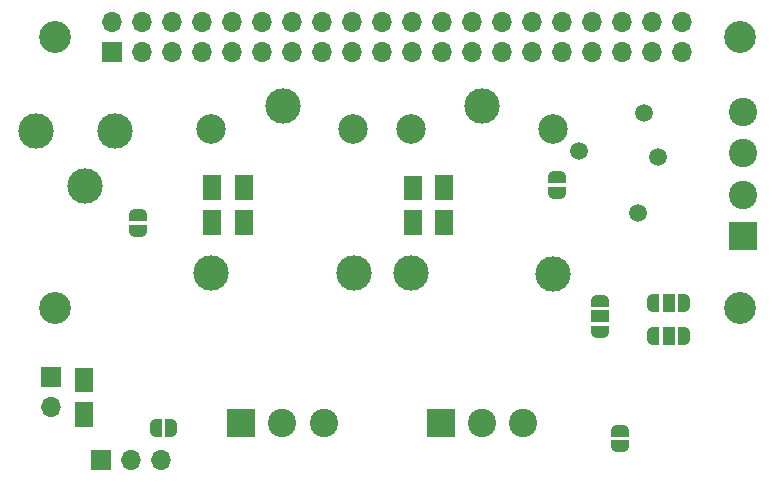
<source format=gbr>
%TF.GenerationSoftware,KiCad,Pcbnew,7.0.5*%
%TF.CreationDate,2024-01-24T13:57:34+02:00*%
%TF.ProjectId,Pi HAT,50692048-4154-42e6-9b69-6361645f7063,1.1.2*%
%TF.SameCoordinates,Original*%
%TF.FileFunction,Soldermask,Bot*%
%TF.FilePolarity,Negative*%
%FSLAX46Y46*%
G04 Gerber Fmt 4.6, Leading zero omitted, Abs format (unit mm)*
G04 Created by KiCad (PCBNEW 7.0.5) date 2024-01-24 13:57:34*
%MOMM*%
%LPD*%
G01*
G04 APERTURE LIST*
G04 Aperture macros list*
%AMFreePoly0*
4,1,19,0.550000,-0.750000,0.000000,-0.750000,0.000000,-0.744911,-0.071157,-0.744911,-0.207708,-0.704816,-0.327430,-0.627875,-0.420627,-0.520320,-0.479746,-0.390866,-0.500000,-0.250000,-0.500000,0.250000,-0.479746,0.390866,-0.420627,0.520320,-0.327430,0.627875,-0.207708,0.704816,-0.071157,0.744911,0.000000,0.744911,0.000000,0.750000,0.550000,0.750000,0.550000,-0.750000,0.550000,-0.750000,
$1*%
%AMFreePoly1*
4,1,19,0.000000,0.744911,0.071157,0.744911,0.207708,0.704816,0.327430,0.627875,0.420627,0.520320,0.479746,0.390866,0.500000,0.250000,0.500000,-0.250000,0.479746,-0.390866,0.420627,-0.520320,0.327430,-0.627875,0.207708,-0.704816,0.071157,-0.744911,0.000000,-0.744911,0.000000,-0.750000,-0.550000,-0.750000,-0.550000,0.750000,0.000000,0.750000,0.000000,0.744911,0.000000,0.744911,
$1*%
%AMFreePoly2*
4,1,19,0.500000,-0.750000,0.000000,-0.750000,0.000000,-0.744911,-0.071157,-0.744911,-0.207708,-0.704816,-0.327430,-0.627875,-0.420627,-0.520320,-0.479746,-0.390866,-0.500000,-0.250000,-0.500000,0.250000,-0.479746,0.390866,-0.420627,0.520320,-0.327430,0.627875,-0.207708,0.704816,-0.071157,0.744911,0.000000,0.744911,0.000000,0.750000,0.500000,0.750000,0.500000,-0.750000,0.500000,-0.750000,
$1*%
%AMFreePoly3*
4,1,19,0.000000,0.744911,0.071157,0.744911,0.207708,0.704816,0.327430,0.627875,0.420627,0.520320,0.479746,0.390866,0.500000,0.250000,0.500000,-0.250000,0.479746,-0.390866,0.420627,-0.520320,0.327430,-0.627875,0.207708,-0.704816,0.071157,-0.744911,0.000000,-0.744911,0.000000,-0.750000,-0.500000,-0.750000,-0.500000,0.750000,0.000000,0.750000,0.000000,0.744911,0.000000,0.744911,
$1*%
%AMFreePoly4*
4,1,6,1.000000,0.000000,0.500000,-0.750000,-0.500000,-0.750000,-0.500000,0.750000,0.500000,0.750000,1.000000,0.000000,1.000000,0.000000,$1*%
G04 Aperture macros list end*
%ADD10C,2.700000*%
%ADD11R,2.400000X2.400000*%
%ADD12C,2.400000*%
%ADD13R,1.700000X1.700000*%
%ADD14O,1.700000X1.700000*%
%ADD15C,3.000000*%
%ADD16C,2.500000*%
%ADD17FreePoly0,90.000000*%
%ADD18R,1.500000X1.000000*%
%ADD19FreePoly1,90.000000*%
%ADD20C,1.500000*%
%ADD21FreePoly2,270.000000*%
%ADD22FreePoly3,270.000000*%
%ADD23R,1.500000X1.500000*%
%ADD24FreePoly4,270.000000*%
%ADD25FreePoly4,90.000000*%
%ADD26FreePoly2,0.000000*%
%ADD27FreePoly3,0.000000*%
%ADD28FreePoly0,180.000000*%
%ADD29R,1.000000X1.500000*%
%ADD30FreePoly1,180.000000*%
G04 APERTURE END LIST*
D10*
%TO.C,H1*%
X121032000Y-94568000D03*
%TD*%
%TO.C,H2*%
X179032000Y-94568000D03*
%TD*%
%TO.C,H3*%
X179032000Y-117568000D03*
%TD*%
%TO.C,H4*%
X121032000Y-117568000D03*
%TD*%
D11*
%TO.C,J1*%
X179324000Y-111450000D03*
D12*
X179324000Y-107950000D03*
X179324000Y-104450000D03*
X179324000Y-100950000D03*
%TD*%
D13*
%TO.C,J9*%
X124985000Y-130460000D03*
D14*
X127525000Y-130460000D03*
X130065000Y-130460000D03*
%TD*%
D15*
%TO.C,K1*%
X140332000Y-100424605D03*
D16*
X134282000Y-102374605D03*
D15*
X134282000Y-114574605D03*
X146332000Y-114624605D03*
D16*
X146282000Y-102374605D03*
%TD*%
D15*
%TO.C,K2*%
X157232000Y-100457000D03*
D16*
X151182000Y-102407000D03*
D15*
X151182000Y-114607000D03*
X163232000Y-114657000D03*
D16*
X163182000Y-102407000D03*
%TD*%
D13*
%TO.C,J11*%
X120700000Y-123375000D03*
D14*
X120700000Y-125915000D03*
%TD*%
D11*
%TO.C,J5*%
X153700000Y-127275000D03*
D12*
X157200000Y-127275000D03*
X160700000Y-127275000D03*
%TD*%
D11*
%TO.C,J6*%
X136800000Y-127315000D03*
D12*
X140300000Y-127315000D03*
X143800000Y-127315000D03*
%TD*%
D15*
%TO.C,J4*%
X126111000Y-102558000D03*
X119461000Y-102558000D03*
X123561000Y-107258000D03*
%TD*%
D17*
%TO.C,JP12*%
X167232500Y-119550000D03*
D18*
X167232500Y-118250000D03*
D19*
X167232500Y-116950000D03*
%TD*%
D20*
%TO.C,TP7*%
X170383200Y-109474000D03*
%TD*%
D21*
%TO.C,JP8*%
X163550000Y-106500000D03*
D22*
X163550000Y-107800000D03*
%TD*%
D20*
%TO.C,TP6*%
X170891200Y-101041200D03*
%TD*%
D23*
%TO.C,JP3*%
X151327500Y-107650000D03*
X151327500Y-110050000D03*
D24*
X151327500Y-106850000D03*
D25*
X151327500Y-110850000D03*
%TD*%
D26*
%TO.C,JP5*%
X129601200Y-127711200D03*
D27*
X130901200Y-127711200D03*
%TD*%
D21*
%TO.C,JP10*%
X168850000Y-127950000D03*
D22*
X168850000Y-129250000D03*
%TD*%
D23*
%TO.C,JP1*%
X153984000Y-107639000D03*
X153984000Y-110039000D03*
D24*
X153984000Y-106839000D03*
D25*
X153984000Y-110839000D03*
%TD*%
D20*
%TO.C,TP8*%
X172110400Y-104749600D03*
%TD*%
D13*
%TO.C,J7*%
X125902000Y-95838000D03*
D14*
X125902000Y-93298000D03*
X128442000Y-95838000D03*
X128442000Y-93298000D03*
X130982000Y-95838000D03*
X130982000Y-93298000D03*
X133522000Y-95838000D03*
X133522000Y-93298000D03*
X136062000Y-95838000D03*
X136062000Y-93298000D03*
X138602000Y-95838000D03*
X138602000Y-93298000D03*
X141142000Y-95838000D03*
X141142000Y-93298000D03*
X143682000Y-95838000D03*
X143682000Y-93298000D03*
X146222000Y-95838000D03*
X146222000Y-93298000D03*
X148762000Y-95838000D03*
X148762000Y-93298000D03*
X151302000Y-95838000D03*
X151302000Y-93298000D03*
X153842000Y-95838000D03*
X153842000Y-93298000D03*
X156382000Y-95838000D03*
X156382000Y-93298000D03*
X158922000Y-95838000D03*
X158922000Y-93298000D03*
X161462000Y-95838000D03*
X161462000Y-93298000D03*
X164002000Y-95838000D03*
X164002000Y-93298000D03*
X166542000Y-95838000D03*
X166542000Y-93298000D03*
X169082000Y-95838000D03*
X169082000Y-93298000D03*
X171622000Y-95838000D03*
X171622000Y-93298000D03*
X174162000Y-95838000D03*
X174162000Y-93298000D03*
%TD*%
D28*
%TO.C,JP11*%
X174325000Y-119888000D03*
D29*
X173025000Y-119888000D03*
D30*
X171725000Y-119888000D03*
%TD*%
D23*
%TO.C,JP7*%
X123550000Y-126300000D03*
X123550000Y-123900000D03*
D25*
X123550000Y-127100000D03*
D24*
X123550000Y-123100000D03*
%TD*%
D28*
%TO.C,JP9*%
X174325000Y-117094000D03*
D29*
X173025000Y-117094000D03*
D30*
X171725000Y-117094000D03*
%TD*%
D23*
%TO.C,JP2*%
X137050000Y-107630000D03*
X137050000Y-110030000D03*
D24*
X137050000Y-106830000D03*
D25*
X137050000Y-110830000D03*
%TD*%
D20*
%TO.C,TP5*%
X165404800Y-104292400D03*
%TD*%
D23*
%TO.C,JP4*%
X134366000Y-107639000D03*
X134366000Y-110039000D03*
D24*
X134366000Y-106839000D03*
D25*
X134366000Y-110839000D03*
%TD*%
D21*
%TO.C,JP6*%
X128100000Y-109700000D03*
D22*
X128100000Y-111000000D03*
%TD*%
M02*

</source>
